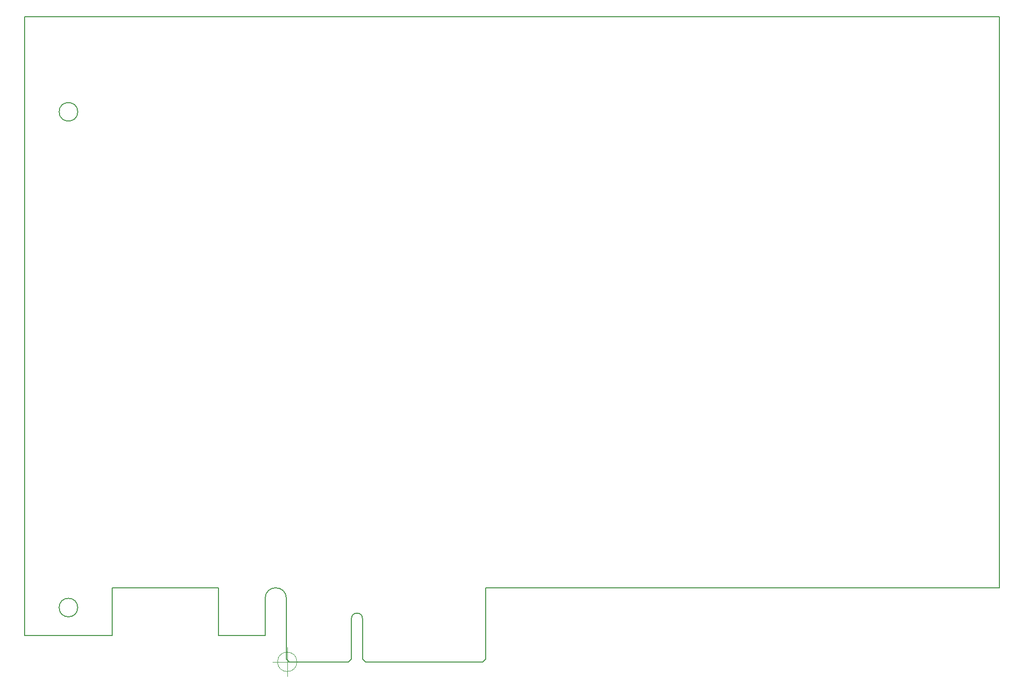
<source format=gm1>
G04 #@! TF.GenerationSoftware,KiCad,Pcbnew,8.0.4*
G04 #@! TF.CreationDate,2024-08-19T13:54:33+02:00*
G04 #@! TF.ProjectId,ULX4M-PCIe-IO_x4_half,554c5834-4d2d-4504-9349-652d494f5f78,rev?*
G04 #@! TF.SameCoordinates,Original*
G04 #@! TF.FileFunction,Profile,NP*
%FSLAX46Y46*%
G04 Gerber Fmt 4.6, Leading zero omitted, Abs format (unit mm)*
G04 Created by KiCad (PCBNEW 8.0.4) date 2024-08-19 13:54:33*
%MOMM*%
%LPD*%
G01*
G04 APERTURE LIST*
G04 #@! TA.AperFunction,Profile*
%ADD10C,0.150000*%
G04 #@! TD*
G04 #@! TA.AperFunction,Profile*
%ADD11C,0.050000*%
G04 #@! TD*
G04 APERTURE END LIST*
D10*
X232127700Y-181375000D02*
X143775000Y-181375000D01*
X109975000Y-194125000D02*
X120175000Y-194125000D01*
X122575000Y-193625000D02*
X123075000Y-194125000D01*
X105825000Y-183200000D02*
G75*
G02*
X109475000Y-183200000I1825000J0D01*
G01*
X79475000Y-189625000D02*
X79475000Y-181375000D01*
X143275000Y-194125000D02*
X123075000Y-194125000D01*
X97825000Y-181375000D02*
X97825000Y-189625000D01*
X232125000Y-82975000D02*
X232127700Y-181375000D01*
X79475000Y-181375000D02*
X97825000Y-181375000D01*
X97825000Y-189625000D02*
X105825000Y-189625000D01*
X73575000Y-99375000D02*
G75*
G02*
X70375000Y-99375000I-1600000J0D01*
G01*
X70375000Y-99375000D02*
G75*
G02*
X73575000Y-99375000I1600000J0D01*
G01*
X64475000Y-82975000D02*
X232125000Y-82975000D01*
X122575000Y-186675000D02*
X122575000Y-193625000D01*
X120675000Y-193625000D02*
X120675000Y-186675000D01*
X109475000Y-193625000D02*
X109975000Y-194125000D01*
X120675000Y-186675000D02*
G75*
G02*
X122575000Y-186675000I950000J0D01*
G01*
X64475000Y-82975000D02*
X64475000Y-189625000D01*
X120175000Y-194125000D02*
X120675000Y-193625000D01*
X143775000Y-181375000D02*
X143775000Y-193625000D01*
X73575000Y-184775000D02*
G75*
G02*
X70375000Y-184775000I-1600000J0D01*
G01*
X70375000Y-184775000D02*
G75*
G02*
X73575000Y-184775000I1600000J0D01*
G01*
X143775000Y-193625000D02*
X143275000Y-194125000D01*
X64475000Y-189625000D02*
X79475000Y-189625000D01*
X105825000Y-189625000D02*
X105825000Y-183200000D01*
X109475000Y-183200000D02*
X109475000Y-193625000D01*
D11*
X111291666Y-194125000D02*
G75*
G02*
X107958334Y-194125000I-1666666J0D01*
G01*
X107958334Y-194125000D02*
G75*
G02*
X111291666Y-194125000I1666666J0D01*
G01*
X107125000Y-194125000D02*
X112125000Y-194125000D01*
X109625000Y-191625000D02*
X109625000Y-196625000D01*
M02*

</source>
